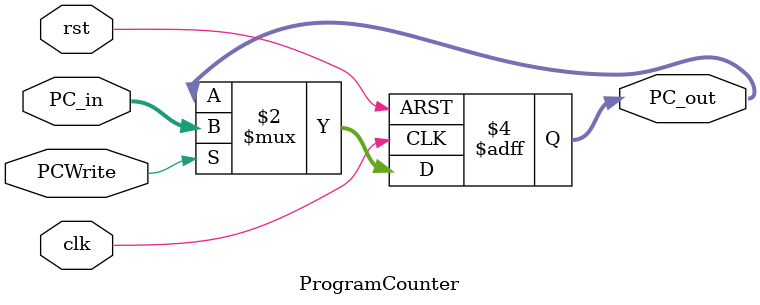
<source format=sv>
module ProgramCounter(
    input clk,
    input rst,
    input PCWrite,
    input [31:0] PC_in,
    output logic [31:0] PC_out
);

    always_ff @(posedge clk or posedge rst) begin       //sequnetial
        if (rst) begin
            PC_out <= 32'b0;
        end
        else begin
            if (PCWrite) begin      //if PCWrite ==1 ,give pc_out the value of PC
                PC_out <= PC_in;
            end
        end
    end
endmodule
</source>
